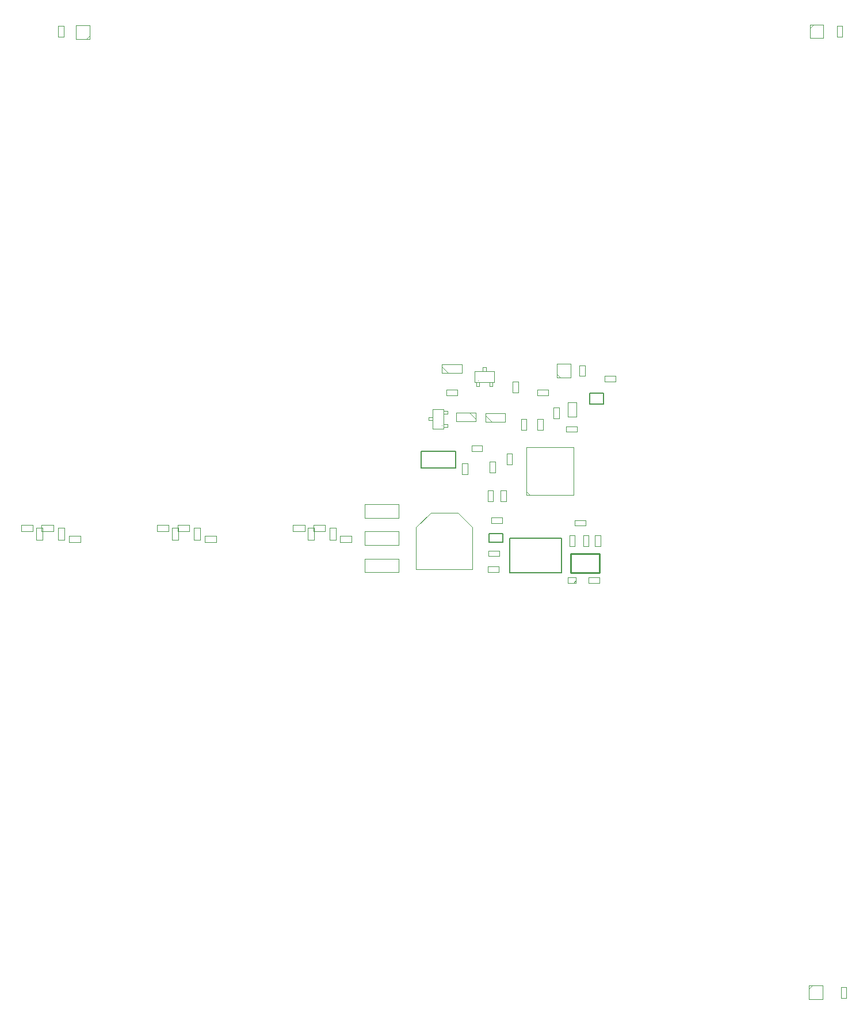
<source format=gbr>
G04 #@! TF.GenerationSoftware,KiCad,Pcbnew,7.0.6*
G04 #@! TF.CreationDate,2023-08-25T14:35:58+01:00*
G04 #@! TF.ProjectId,gdp_flexible,6764705f-666c-4657-9869-626c652e6b69,1.0*
G04 #@! TF.SameCoordinates,Original*
G04 #@! TF.FileFunction,AssemblyDrawing,Top*
%FSLAX46Y46*%
G04 Gerber Fmt 4.6, Leading zero omitted, Abs format (unit mm)*
G04 Created by KiCad (PCBNEW 7.0.6) date 2023-08-25 14:35:58*
%MOMM*%
%LPD*%
G01*
G04 APERTURE LIST*
%ADD10C,0.100000*%
%ADD11C,0.254000*%
%ADD12C,0.120000*%
%ADD13C,0.200000*%
%ADD14C,0.025400*%
G04 APERTURE END LIST*
D10*
X123842220Y-90341218D02*
X123842220Y-88741218D01*
X124642220Y-90341218D02*
X123842220Y-90341218D01*
X123842220Y-88741218D02*
X124642220Y-88741218D01*
X124642220Y-88741218D02*
X124642220Y-90341218D01*
X132942220Y-84941218D02*
X131342220Y-84941218D01*
X132942220Y-84141218D02*
X132942220Y-84941218D01*
X131342220Y-84941218D02*
X131342220Y-84141218D01*
X131342220Y-84141218D02*
X132942220Y-84141218D01*
D11*
X130542220Y-113041218D02*
X126342220Y-113041218D01*
X130542220Y-110241218D02*
X130542220Y-113041218D01*
X126342220Y-113041218D02*
X126342220Y-110241218D01*
X126342220Y-110241218D02*
X130542220Y-110241218D01*
D10*
X128942220Y-113728718D02*
X130542220Y-113728718D01*
X128942220Y-114553718D02*
X128942220Y-113728718D01*
X130542220Y-113728718D02*
X130542220Y-114553718D01*
X130542220Y-114553718D02*
X128942220Y-114553718D01*
X50942220Y-34241218D02*
X50942220Y-32641218D01*
X51742220Y-34241218D02*
X50942220Y-34241218D01*
X50942220Y-32641218D02*
X51742220Y-32641218D01*
X51742220Y-32641218D02*
X51742220Y-34241218D01*
X128208841Y-109154160D02*
X128208841Y-107554160D01*
X129008841Y-109154160D02*
X128208841Y-109154160D01*
X128208841Y-107554160D02*
X129008841Y-107554160D01*
X129008841Y-107554160D02*
X129008841Y-109154160D01*
X128442220Y-82541218D02*
X128442220Y-84141218D01*
X127642220Y-82541218D02*
X128442220Y-82541218D01*
X128442220Y-84141218D02*
X127642220Y-84141218D01*
X127642220Y-84141218D02*
X127642220Y-82541218D01*
X112402220Y-89491218D02*
X112402220Y-90791218D01*
X111452220Y-89491218D02*
X112402220Y-90441218D01*
X109482220Y-89491218D02*
X112402220Y-89491218D01*
X112402220Y-90791218D02*
X109482220Y-90791218D01*
X109482220Y-90791218D02*
X109482220Y-89491218D01*
D12*
X70232450Y-106995000D02*
X68482450Y-106995000D01*
X70232450Y-106045000D02*
X70232450Y-106995000D01*
X68482450Y-106995000D02*
X68482450Y-106045000D01*
X68482450Y-106045000D02*
X70232450Y-106045000D01*
X65455000Y-106045000D02*
X67205000Y-106045000D01*
X65455000Y-106995000D02*
X65455000Y-106045000D01*
X67205000Y-106045000D02*
X67205000Y-106995000D01*
X67205000Y-106995000D02*
X65455000Y-106995000D01*
D10*
X114142220Y-102541218D02*
X114142220Y-100941218D01*
X114942220Y-102541218D02*
X114142220Y-102541218D01*
X114142220Y-100941218D02*
X114942220Y-100941218D01*
X114942220Y-100941218D02*
X114942220Y-102541218D01*
X124342220Y-84341218D02*
X124342220Y-82341218D01*
X124842220Y-84341218D02*
X124342220Y-83841218D01*
X126342220Y-84341218D02*
X124342220Y-84341218D01*
X124342220Y-82341218D02*
X126342220Y-82341218D01*
X126342220Y-82341218D02*
X126342220Y-84341218D01*
X166100000Y-175600000D02*
X166100000Y-174000000D01*
X166900000Y-175600000D02*
X166100000Y-175600000D01*
X166100000Y-174000000D02*
X166900000Y-174000000D01*
X166900000Y-174000000D02*
X166900000Y-175600000D01*
X127209672Y-87991218D02*
X127209672Y-90091218D01*
X125959672Y-87991218D02*
X127209672Y-87991218D01*
X127209672Y-90091218D02*
X125959672Y-90091218D01*
X125959672Y-90091218D02*
X125959672Y-87991218D01*
D12*
X51840100Y-106445000D02*
X51840100Y-108195000D01*
X50890100Y-106445000D02*
X51840100Y-106445000D01*
X51840100Y-108195000D02*
X50890100Y-108195000D01*
X50890100Y-108195000D02*
X50890100Y-106445000D01*
D10*
X96035946Y-113015000D02*
X96035946Y-110985000D01*
X101035946Y-113015000D02*
X96035946Y-113015000D01*
X101035946Y-111007500D02*
X101035946Y-113015000D01*
X96035946Y-110985000D02*
X101035946Y-110985000D01*
X127142220Y-114541218D02*
X125942220Y-114541218D01*
X127142220Y-114191218D02*
X126792220Y-114541218D01*
X127142220Y-113741218D02*
X127142220Y-114541218D01*
X125942220Y-114541218D02*
X125942220Y-113741218D01*
X125942220Y-113741218D02*
X127142220Y-113741218D01*
X53542220Y-32541218D02*
X55542220Y-32541218D01*
X53542220Y-34541218D02*
X53542220Y-32541218D01*
X55542220Y-32541218D02*
X55542220Y-34541218D01*
X55542220Y-34041218D02*
X55042220Y-34541218D01*
X55542220Y-34541218D02*
X53542220Y-34541218D01*
X165542220Y-34241218D02*
X165542220Y-32641218D01*
X166342220Y-34241218D02*
X165542220Y-34241218D01*
X165542220Y-32641218D02*
X166342220Y-32641218D01*
X166342220Y-32641218D02*
X166342220Y-34241218D01*
X117829720Y-86541218D02*
X117829720Y-84941218D01*
X118654720Y-86541218D02*
X117829720Y-86541218D01*
X117829720Y-84941218D02*
X118654720Y-84941218D01*
X118654720Y-84941218D02*
X118654720Y-86541218D01*
D13*
X104302220Y-95191218D02*
X109382220Y-95191218D01*
X104302220Y-97691218D02*
X104302220Y-95191218D01*
X109382220Y-95191218D02*
X109382220Y-97691218D01*
X109382220Y-97691218D02*
X104302220Y-97691218D01*
D10*
X126142220Y-109141218D02*
X126142220Y-107541218D01*
X126942220Y-109141218D02*
X126142220Y-109141218D01*
X126142220Y-107541218D02*
X126942220Y-107541218D01*
X126942220Y-107541218D02*
X126942220Y-109141218D01*
D12*
X71840100Y-106445000D02*
X71840100Y-108195000D01*
X70890100Y-106445000D02*
X71840100Y-106445000D01*
X71840100Y-108195000D02*
X70890100Y-108195000D01*
X70890100Y-108195000D02*
X70890100Y-106445000D01*
D10*
X109742220Y-104241218D02*
X111892220Y-106391218D01*
X109742220Y-104241218D02*
X111892220Y-106391218D01*
X105742220Y-104241218D02*
X109742220Y-104241218D01*
X111892220Y-106391218D02*
X111892220Y-112541218D01*
X103592220Y-106391218D02*
X105742220Y-104241218D01*
X111892220Y-112541218D02*
X103592220Y-112541218D01*
X103592220Y-112541218D02*
X103592220Y-106391218D01*
D13*
X114292220Y-107316218D02*
X116392220Y-107316218D01*
X114292220Y-108566218D02*
X114292220Y-107316218D01*
X116392220Y-107316218D02*
X116392220Y-108566218D01*
X116392220Y-108566218D02*
X114292220Y-108566218D01*
D12*
X54225000Y-108575000D02*
X52475000Y-108575000D01*
X54225000Y-107625000D02*
X54225000Y-108575000D01*
X52475000Y-108575000D02*
X52475000Y-107625000D01*
X52475000Y-107625000D02*
X54225000Y-107625000D01*
X45455000Y-106045000D02*
X47205000Y-106045000D01*
X45455000Y-106995000D02*
X45455000Y-106045000D01*
X47205000Y-106045000D02*
X47205000Y-106995000D01*
X47205000Y-106995000D02*
X45455000Y-106995000D01*
X50232450Y-106995000D02*
X48482450Y-106995000D01*
X50232450Y-106045000D02*
X50232450Y-106995000D01*
X48482450Y-106995000D02*
X48482450Y-106045000D01*
X48482450Y-106045000D02*
X50232450Y-106045000D01*
D10*
X121442220Y-86128718D02*
X123042220Y-86128718D01*
X121442220Y-86953718D02*
X121442220Y-86128718D01*
X123042220Y-86128718D02*
X123042220Y-86953718D01*
X123042220Y-86953718D02*
X121442220Y-86953718D01*
D12*
X67655000Y-108195000D02*
X67655000Y-106445000D01*
X68605000Y-108195000D02*
X67655000Y-108195000D01*
X67655000Y-106445000D02*
X68605000Y-106445000D01*
X68605000Y-106445000D02*
X68605000Y-108195000D01*
D14*
X112194420Y-83415718D02*
X112194420Y-85066718D01*
X112194420Y-85066718D02*
X115090020Y-85066718D01*
X112476320Y-85066718D02*
X112476320Y-85638218D01*
X112476320Y-85638218D02*
X112908120Y-85638218D01*
X112908120Y-85066718D02*
X112476320Y-85066718D01*
X112908120Y-85638218D02*
X112908120Y-85066718D01*
X113426320Y-82844218D02*
X113426320Y-83415718D01*
X113426320Y-83415718D02*
X113858120Y-83415718D01*
X113858120Y-82844218D02*
X113426320Y-82844218D01*
X113858120Y-83415718D02*
X113858120Y-82844218D01*
X114376320Y-85066718D02*
X114376320Y-85638218D01*
X114376320Y-85638218D02*
X114808120Y-85638218D01*
X114808120Y-85066718D02*
X114376320Y-85066718D01*
X114808120Y-85638218D02*
X114808120Y-85066718D01*
X115090020Y-83415718D02*
X112194420Y-83415718D01*
X115090020Y-85066718D02*
X115090020Y-83415718D01*
X112692220Y-84812718D02*
G75*
G03*
X112692220Y-84812718I0J0D01*
G01*
D10*
X117742220Y-95541218D02*
X117742220Y-97141218D01*
X116942220Y-95541218D02*
X117742220Y-95541218D01*
X117742220Y-97141218D02*
X116942220Y-97141218D01*
X116942220Y-97141218D02*
X116942220Y-95541218D01*
X125642220Y-91541218D02*
X127242220Y-91541218D01*
X125642220Y-92341218D02*
X125642220Y-91541218D01*
X127242220Y-91541218D02*
X127242220Y-92341218D01*
X127242220Y-92341218D02*
X125642220Y-92341218D01*
X115254720Y-96741218D02*
X115254720Y-98341218D01*
X114429720Y-96741218D02*
X115254720Y-96741218D01*
X115254720Y-98341218D02*
X114429720Y-98341218D01*
X114429720Y-98341218D02*
X114429720Y-96741218D01*
D13*
X117332220Y-107991218D02*
X124952220Y-107991218D01*
X117332220Y-113091218D02*
X117332220Y-107991218D01*
X124952220Y-107991218D02*
X124952220Y-113091218D01*
X124952220Y-113091218D02*
X117332220Y-113091218D01*
D10*
X96035946Y-105019079D02*
X96035946Y-102989079D01*
X101035946Y-105019079D02*
X96035946Y-105019079D01*
X101035946Y-103011579D02*
X101035946Y-105019079D01*
X96035946Y-102989079D02*
X101035946Y-102989079D01*
X113782220Y-90891218D02*
X113782220Y-89591218D01*
X114732220Y-90891218D02*
X113782220Y-89941218D01*
X116702220Y-90891218D02*
X113782220Y-90891218D01*
X113782220Y-89591218D02*
X116702220Y-89591218D01*
X116702220Y-89591218D02*
X116702220Y-90891218D01*
D12*
X90232450Y-106995000D02*
X88482450Y-106995000D01*
X90232450Y-106045000D02*
X90232450Y-106995000D01*
X88482450Y-106995000D02*
X88482450Y-106045000D01*
X88482450Y-106045000D02*
X90232450Y-106045000D01*
D13*
X129142220Y-86641218D02*
X129142220Y-88241218D01*
X129142220Y-88241218D02*
X131142220Y-88241218D01*
X131142220Y-86641218D02*
X129142220Y-86641218D01*
X131142220Y-88241218D02*
X131142220Y-86641218D01*
D10*
X130742220Y-107541218D02*
X130742220Y-109141218D01*
X129942220Y-107541218D02*
X130742220Y-107541218D01*
X130742220Y-109141218D02*
X129942220Y-109141218D01*
X129942220Y-109141218D02*
X129942220Y-107541218D01*
D12*
X87655000Y-108195000D02*
X87655000Y-106445000D01*
X88605000Y-108195000D02*
X87655000Y-108195000D01*
X87655000Y-106445000D02*
X88605000Y-106445000D01*
X88605000Y-106445000D02*
X88605000Y-108195000D01*
D10*
X121442220Y-92041218D02*
X121442220Y-90441218D01*
X122242220Y-92041218D02*
X121442220Y-92041218D01*
X121442220Y-90441218D02*
X122242220Y-90441218D01*
X122242220Y-90441218D02*
X122242220Y-92041218D01*
X119042220Y-92041218D02*
X119042220Y-90441218D01*
X119842220Y-92041218D02*
X119042220Y-92041218D01*
X119042220Y-90441218D02*
X119842220Y-90441218D01*
X119842220Y-90441218D02*
X119842220Y-92041218D01*
X116242220Y-105741218D02*
X114642220Y-105741218D01*
X116242220Y-104941218D02*
X116242220Y-105741218D01*
X114642220Y-105741218D02*
X114642220Y-104941218D01*
X114642220Y-104941218D02*
X116242220Y-104941218D01*
X108042220Y-86129218D02*
X109642220Y-86129218D01*
X108042220Y-86953218D02*
X108042220Y-86129218D01*
X109642220Y-86129218D02*
X109642220Y-86953218D01*
X109642220Y-86953218D02*
X108042220Y-86953218D01*
X96035946Y-109015000D02*
X96035946Y-106985000D01*
X101035946Y-109015000D02*
X96035946Y-109015000D01*
X101035946Y-107007500D02*
X101035946Y-109015000D01*
X96035946Y-106985000D02*
X101035946Y-106985000D01*
X116042220Y-102541218D02*
X116042220Y-100941218D01*
X116842220Y-102541218D02*
X116042220Y-102541218D01*
X116042220Y-100941218D02*
X116842220Y-100941218D01*
X116842220Y-100941218D02*
X116842220Y-102541218D01*
X113342220Y-95153718D02*
X111742220Y-95153718D01*
X113342220Y-94328718D02*
X113342220Y-95153718D01*
X111742220Y-95153718D02*
X111742220Y-94328718D01*
X111742220Y-94328718D02*
X113342220Y-94328718D01*
X119804580Y-101626050D02*
X119804580Y-94626050D01*
X120304580Y-101626050D02*
X119804580Y-101126050D01*
X126804580Y-101626050D02*
X119804580Y-101626050D01*
X119804580Y-94626050D02*
X126804580Y-94626050D01*
X126804580Y-94626050D02*
X126804580Y-101626050D01*
X110329720Y-98541218D02*
X110329720Y-96941218D01*
X111154720Y-98541218D02*
X110329720Y-98541218D01*
X110329720Y-96941218D02*
X111154720Y-96941218D01*
X111154720Y-96941218D02*
X111154720Y-98541218D01*
D12*
X85455000Y-106045000D02*
X87205000Y-106045000D01*
X85455000Y-106995000D02*
X85455000Y-106045000D01*
X87205000Y-106045000D02*
X87205000Y-106995000D01*
X87205000Y-106995000D02*
X85455000Y-106995000D01*
D10*
X161400000Y-173800000D02*
X163400000Y-173800000D01*
X161400000Y-174300000D02*
X161900000Y-173800000D01*
X161400000Y-175800000D02*
X161400000Y-173800000D01*
X163400000Y-173800000D02*
X163400000Y-175800000D01*
X163400000Y-175800000D02*
X161400000Y-175800000D01*
X107382220Y-83691218D02*
X107382220Y-82391218D01*
X108337220Y-83691218D02*
X107382220Y-82736218D01*
X110302220Y-83691218D02*
X107382220Y-83691218D01*
X107382220Y-82391218D02*
X110302220Y-82391218D01*
X110302220Y-82391218D02*
X110302220Y-83691218D01*
X114142220Y-112128718D02*
X115742220Y-112128718D01*
X114142220Y-112953718D02*
X114142220Y-112128718D01*
X115742220Y-112128718D02*
X115742220Y-112953718D01*
X115742220Y-112953718D02*
X114142220Y-112953718D01*
X115842220Y-110641218D02*
X114242220Y-110641218D01*
X115842220Y-109841218D02*
X115842220Y-110641218D01*
X114242220Y-110641218D02*
X114242220Y-109841218D01*
X114242220Y-109841218D02*
X115842220Y-109841218D01*
D12*
X94125000Y-108575000D02*
X92375000Y-108575000D01*
X94125000Y-107625000D02*
X94125000Y-108575000D01*
X92375000Y-108575000D02*
X92375000Y-107625000D01*
X92375000Y-107625000D02*
X94125000Y-107625000D01*
X47655000Y-108195000D02*
X47655000Y-106445000D01*
X48605000Y-108195000D02*
X47655000Y-108195000D01*
X47655000Y-106445000D02*
X48605000Y-106445000D01*
X48605000Y-106445000D02*
X48605000Y-108195000D01*
X91840100Y-106445000D02*
X91840100Y-108195000D01*
X90890100Y-106445000D02*
X91840100Y-106445000D01*
X91840100Y-108195000D02*
X90890100Y-108195000D01*
X90890100Y-108195000D02*
X90890100Y-106445000D01*
D10*
X126942220Y-105341218D02*
X128542220Y-105341218D01*
X126942220Y-106141218D02*
X126942220Y-105341218D01*
X128542220Y-105341218D02*
X128542220Y-106141218D01*
X128542220Y-106141218D02*
X126942220Y-106141218D01*
X161542220Y-32441218D02*
X163542220Y-32441218D01*
X161542220Y-32941218D02*
X162042220Y-32441218D01*
X161542220Y-34441218D02*
X161542220Y-32441218D01*
X163542220Y-32441218D02*
X163542220Y-34441218D01*
X163542220Y-34441218D02*
X161542220Y-34441218D01*
D12*
X74225000Y-108575000D02*
X72475000Y-108575000D01*
X74225000Y-107625000D02*
X74225000Y-108575000D01*
X72475000Y-108575000D02*
X72475000Y-107625000D01*
X72475000Y-107625000D02*
X74225000Y-107625000D01*
D14*
X106016720Y-91889018D02*
X107667720Y-91889018D01*
X107667720Y-91889018D02*
X107667720Y-88993418D01*
X107667720Y-91607118D02*
X108239220Y-91607118D01*
X108239220Y-91607118D02*
X108239220Y-91175318D01*
X107667720Y-91175318D02*
X107667720Y-91607118D01*
X108239220Y-91175318D02*
X107667720Y-91175318D01*
X105445220Y-90657118D02*
X106016720Y-90657118D01*
X106016720Y-90657118D02*
X106016720Y-90225318D01*
X105445220Y-90225318D02*
X105445220Y-90657118D01*
X106016720Y-90225318D02*
X105445220Y-90225318D01*
X107667720Y-89707118D02*
X108239220Y-89707118D01*
X108239220Y-89707118D02*
X108239220Y-89275318D01*
X107667720Y-89275318D02*
X107667720Y-89707118D01*
X108239220Y-89275318D02*
X107667720Y-89275318D01*
X106016720Y-88993418D02*
X106016720Y-91889018D01*
X107667720Y-88993418D02*
X106016720Y-88993418D01*
X107413720Y-91391218D02*
G75*
G03*
X107413720Y-91391218I0J0D01*
G01*
M02*

</source>
